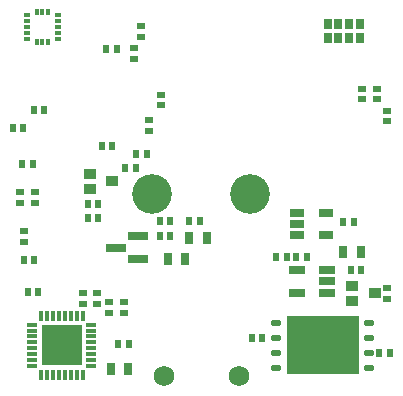
<source format=gbs>
%FSLAX24Y24*%
%MOIN*%
G70*
G01*
G75*
G04 Layer_Color=16711935*
%ADD10C,0.0177*%
%ADD11C,0.0100*%
%ADD12R,0.0102X0.0209*%
%ADD13R,0.0102X0.0193*%
%ADD14R,0.0177X0.0177*%
%ADD15R,0.0138X0.0157*%
%ADD16R,0.0236X0.0157*%
%ADD17R,0.0157X0.0236*%
%ADD18R,0.0394X0.1378*%
%ADD19R,0.0591X0.1339*%
%ADD20R,0.0197X0.0354*%
%ADD21R,0.0551X0.0453*%
%ADD22R,0.0335X0.0374*%
%ADD23O,0.0295X0.0079*%
%ADD24O,0.0079X0.0295*%
%ADD25R,0.1417X0.1417*%
%ADD26R,0.0343X0.0343*%
%ADD27R,0.0138X0.0394*%
%ADD28R,0.0157X0.0335*%
%ADD29R,0.2598X0.2598*%
%ADD30O,0.0079X0.0315*%
%ADD31O,0.0315X0.0079*%
%ADD32R,0.0630X0.0551*%
%ADD33R,0.0748X0.0630*%
%ADD34R,0.0157X0.0532*%
%ADD35R,0.0335X0.0157*%
%ADD36O,0.0276X0.0098*%
%ADD37O,0.0098X0.0276*%
%ADD38O,0.0177X0.0532*%
%ADD39R,0.0354X0.0197*%
%ADD40R,0.0217X0.0098*%
%ADD41C,0.0080*%
%ADD42C,0.0200*%
%ADD43C,0.0630*%
%ADD44C,0.1260*%
%ADD45C,0.0260*%
%ADD46C,0.0240*%
%ADD47C,0.0340*%
%ADD48C,0.0300*%
%ADD49C,0.0290*%
%ADD50R,0.0354X0.0276*%
%ADD51O,0.0315X0.0157*%
%ADD52R,0.2362X0.1890*%
%ADD53R,0.0512X0.0217*%
%ADD54R,0.0394X0.0217*%
%ADD55R,0.0197X0.0315*%
%ADD56R,0.1299X0.1299*%
%ADD57O,0.0315X0.0098*%
%ADD58O,0.0098X0.0315*%
%ADD59R,0.0591X0.0236*%
%ADD60R,0.0187X0.0098*%
%ADD61R,0.0098X0.0138*%
%ADD62C,0.0098*%
%ADD63C,0.0039*%
%ADD64C,0.0079*%
%ADD65C,0.0050*%
%ADD66C,0.0040*%
%ADD67R,0.0148X0.0177*%
%ADD68R,0.0162X0.0269*%
%ADD69R,0.0162X0.0253*%
%ADD70R,0.0237X0.0237*%
%ADD71R,0.0198X0.0217*%
%ADD72R,0.0296X0.0217*%
%ADD73R,0.0217X0.0296*%
%ADD74R,0.0454X0.1438*%
%ADD75R,0.0651X0.1399*%
%ADD76R,0.0257X0.0414*%
%ADD77R,0.0611X0.0513*%
%ADD78R,0.0395X0.0434*%
%ADD79O,0.0355X0.0139*%
%ADD80O,0.0139X0.0355*%
%ADD81R,0.1477X0.1477*%
%ADD82R,0.0606X0.0606*%
%ADD83R,0.0198X0.0454*%
%ADD84R,0.0217X0.0395*%
%ADD85R,0.2658X0.2658*%
%ADD86O,0.0139X0.0375*%
%ADD87O,0.0375X0.0139*%
%ADD88R,0.0709X0.0630*%
%ADD89R,0.0827X0.0709*%
%ADD90R,0.0236X0.0610*%
%ADD91R,0.0395X0.0217*%
%ADD92O,0.0336X0.0158*%
%ADD93O,0.0158X0.0336*%
%ADD94O,0.0237X0.0592*%
%ADD95R,0.0414X0.0257*%
%ADD96R,0.0277X0.0158*%
%ADD97C,0.0690*%
%ADD98C,0.1320*%
%ADD99R,0.0414X0.0336*%
%ADD100O,0.0375X0.0217*%
%ADD101R,0.2422X0.1950*%
%ADD102R,0.0572X0.0277*%
%ADD103R,0.0454X0.0277*%
%ADD104R,0.0257X0.0375*%
%ADD105R,0.1359X0.1359*%
%ADD106O,0.0375X0.0158*%
%ADD107O,0.0158X0.0375*%
%ADD108R,0.0651X0.0296*%
%ADD109R,0.0247X0.0158*%
%ADD110R,0.0158X0.0198*%
D72*
X-5920Y-1587D02*
D03*
Y-1233D02*
D03*
X5860Y3517D02*
D03*
Y3163D02*
D03*
X5360Y3517D02*
D03*
Y3163D02*
D03*
X6200Y2777D02*
D03*
Y2423D02*
D03*
X-2570Y-3957D02*
D03*
Y-3603D02*
D03*
X-3060Y-3957D02*
D03*
Y-3603D02*
D03*
X-3940Y-3667D02*
D03*
Y-3313D02*
D03*
X-3480Y-3667D02*
D03*
Y-3313D02*
D03*
X-6040Y-287D02*
D03*
Y67D02*
D03*
X-5540Y-287D02*
D03*
Y67D02*
D03*
X-1730Y2457D02*
D03*
Y2103D02*
D03*
X-1350Y3317D02*
D03*
Y2963D02*
D03*
X-2240Y4867D02*
D03*
Y4513D02*
D03*
X-2000Y5253D02*
D03*
Y5607D02*
D03*
X6210Y-3143D02*
D03*
Y-3497D02*
D03*
D73*
X1683Y-4790D02*
D03*
X2037D02*
D03*
X6297Y-5290D02*
D03*
X5943D02*
D03*
X-5577Y2820D02*
D03*
X-5223D02*
D03*
X-2167Y1340D02*
D03*
X-1813D02*
D03*
X-3787Y-330D02*
D03*
X-3433D02*
D03*
X-2527Y860D02*
D03*
X-2173D02*
D03*
X4983Y-2530D02*
D03*
X5337D02*
D03*
X2493Y-2080D02*
D03*
X2847D02*
D03*
X4733Y-920D02*
D03*
X5087D02*
D03*
X3173Y-2080D02*
D03*
X3527D02*
D03*
X-6277Y2200D02*
D03*
X-5923D02*
D03*
X-2403Y-4980D02*
D03*
X-2757D02*
D03*
X-5917Y-2180D02*
D03*
X-5563D02*
D03*
X-5777Y-3270D02*
D03*
X-5423D02*
D03*
X-1387Y-910D02*
D03*
X-1033D02*
D03*
X-1387Y-1390D02*
D03*
X-1033D02*
D03*
X-3433Y-790D02*
D03*
X-3787D02*
D03*
X-407Y-910D02*
D03*
X-53D02*
D03*
X-5613Y1010D02*
D03*
X-5967D02*
D03*
X-3317Y1590D02*
D03*
X-2963D02*
D03*
X-2813Y4840D02*
D03*
X-3167D02*
D03*
D76*
X5315Y-1920D02*
D03*
X4725D02*
D03*
X-2425Y-5840D02*
D03*
X-3015D02*
D03*
X-525Y-2154D02*
D03*
X-1115D02*
D03*
X185Y-1450D02*
D03*
X-405D02*
D03*
D97*
X-1250Y-6070D02*
D03*
X1250D02*
D03*
D98*
X-1634Y0D02*
D03*
X1634D02*
D03*
D99*
X5784Y-3310D02*
D03*
X5036Y-3054D02*
D03*
Y-3566D02*
D03*
X-2956Y430D02*
D03*
X-3704Y686D02*
D03*
Y174D02*
D03*
D100*
X2495Y-5790D02*
D03*
Y-5290D02*
D03*
Y-4790D02*
D03*
Y-4290D02*
D03*
X5605D02*
D03*
Y-4790D02*
D03*
Y-5290D02*
D03*
Y-5790D02*
D03*
D101*
X4050Y-5040D02*
D03*
D102*
X4182Y-2536D02*
D03*
Y-2910D02*
D03*
Y-3284D02*
D03*
X3198D02*
D03*
Y-2536D02*
D03*
D103*
X3178Y-1364D02*
D03*
Y-990D02*
D03*
Y-616D02*
D03*
X4162D02*
D03*
Y-1364D02*
D03*
D104*
X4218Y5676D02*
D03*
X4573D02*
D03*
X4927D02*
D03*
X5282D02*
D03*
Y5204D02*
D03*
X4927D02*
D03*
X4573D02*
D03*
X4218D02*
D03*
D105*
X-4640Y-5040D02*
D03*
D106*
X-5624Y-4351D02*
D03*
Y-4548D02*
D03*
Y-4745D02*
D03*
Y-4942D02*
D03*
Y-5138D02*
D03*
Y-5335D02*
D03*
Y-5532D02*
D03*
Y-5729D02*
D03*
X-3656D02*
D03*
Y-5532D02*
D03*
Y-5335D02*
D03*
Y-5138D02*
D03*
Y-4942D02*
D03*
Y-4745D02*
D03*
Y-4548D02*
D03*
Y-4351D02*
D03*
D107*
X-5329Y-6024D02*
D03*
X-5132D02*
D03*
X-4935D02*
D03*
X-4738D02*
D03*
X-4542D02*
D03*
X-4345D02*
D03*
X-4148D02*
D03*
X-3951D02*
D03*
Y-4056D02*
D03*
X-4148D02*
D03*
X-4345D02*
D03*
X-4542D02*
D03*
X-4738D02*
D03*
X-4935D02*
D03*
X-5132D02*
D03*
X-5329D02*
D03*
D108*
X-2844Y-1780D02*
D03*
X-2096Y-2154D02*
D03*
Y-1406D02*
D03*
D109*
X-4773Y5964D02*
D03*
Y5767D02*
D03*
Y5570D02*
D03*
Y5373D02*
D03*
Y5176D02*
D03*
X-5807D02*
D03*
Y5373D02*
D03*
Y5570D02*
D03*
Y5767D02*
D03*
Y5964D02*
D03*
D110*
X-5093Y5068D02*
D03*
X-5290D02*
D03*
X-5487D02*
D03*
Y6072D02*
D03*
X-5290D02*
D03*
X-5093D02*
D03*
M02*

</source>
